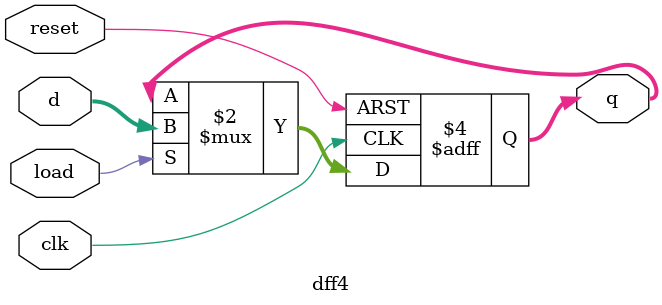
<source format=v>
module dff4 (
    input clk,
    input reset,
    input load,             // Enables writing into register
    input [3:0] d,          // Input data
    output reg [3:0] q      // Stored output
);

    always @(posedge clk or posedge reset) begin
        if (reset)
            q <= 4'b0000;
        else if (load)
            q <= d;
    end

endmodule

//The calculator needs two 4-bit registers (reg_A and reg_B) to hold input numbers before computation. The module comes into play

</source>
